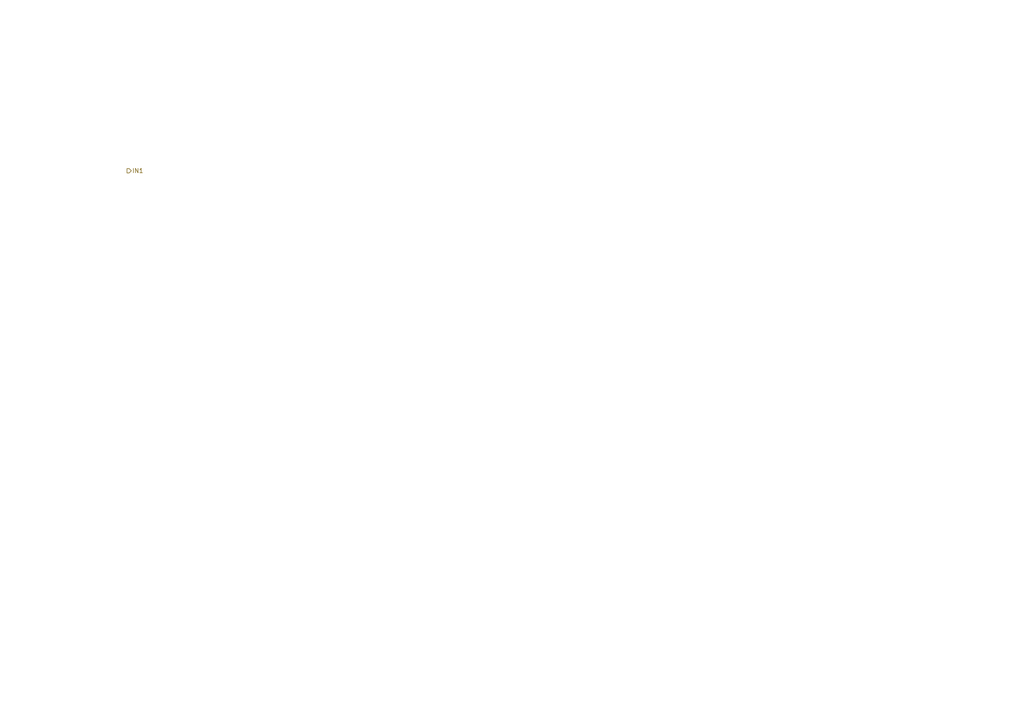
<source format=kicad_sch>
(kicad_sch
	(version 20250114)
	(generator "eeschema")
	(generator_version "9.0")
	(uuid "12bbab63-8c47-4ef7-b0d0-0530541e56ff")
	(paper "A4")
	(lib_symbols)
	(hierarchical_label "IN1"
		(shape output)
		(at 36.83 49.53 0)
		(effects
			(font
				(size 1.27 1.27)
			)
			(justify left)
		)
		(uuid "a9a2b3d8-11b8-40df-abf3-3815a95732ce")
	)
)

</source>
